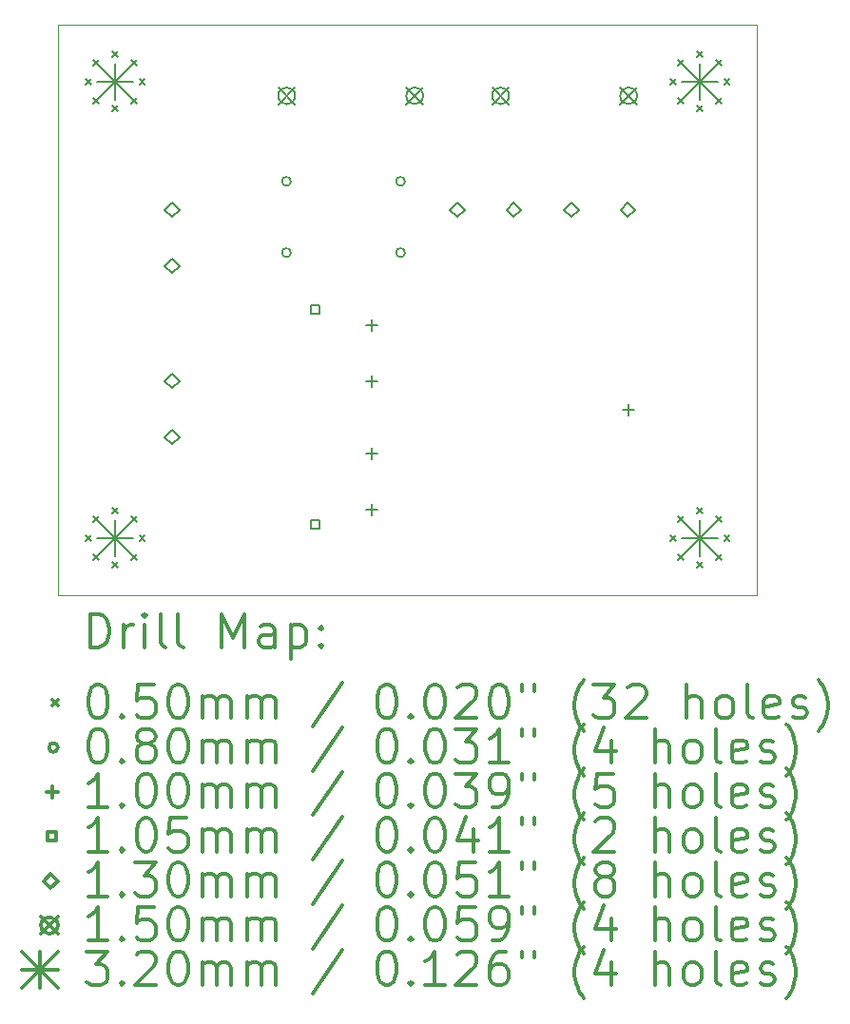
<source format=gbr>
%FSLAX45Y45*%
G04 Gerber Fmt 4.5, Leading zero omitted, Abs format (unit mm)*
G04 Created by KiCad (PCBNEW (5.1.9-0-10_14)) date 2021-05-14 14:17:34*
%MOMM*%
%LPD*%
G01*
G04 APERTURE LIST*
%TA.AperFunction,Profile*%
%ADD10C,0.050000*%
%TD*%
%ADD11C,0.200000*%
%ADD12C,0.300000*%
G04 APERTURE END LIST*
D10*
X5334000Y-8382000D02*
X5334000Y-3302000D01*
X11557000Y-8382000D02*
X5334000Y-8382000D01*
X11557000Y-3302000D02*
X11557000Y-8382000D01*
X5334000Y-3302000D02*
X11557000Y-3302000D01*
D11*
X5577000Y-3785000D02*
X5627000Y-3835000D01*
X5627000Y-3785000D02*
X5577000Y-3835000D01*
X5577000Y-7849000D02*
X5627000Y-7899000D01*
X5627000Y-7849000D02*
X5577000Y-7899000D01*
X5647294Y-3615294D02*
X5697294Y-3665294D01*
X5697294Y-3615294D02*
X5647294Y-3665294D01*
X5647294Y-3954706D02*
X5697294Y-4004706D01*
X5697294Y-3954706D02*
X5647294Y-4004706D01*
X5647294Y-7679294D02*
X5697294Y-7729294D01*
X5697294Y-7679294D02*
X5647294Y-7729294D01*
X5647294Y-8018706D02*
X5697294Y-8068706D01*
X5697294Y-8018706D02*
X5647294Y-8068706D01*
X5817000Y-3545000D02*
X5867000Y-3595000D01*
X5867000Y-3545000D02*
X5817000Y-3595000D01*
X5817000Y-4025000D02*
X5867000Y-4075000D01*
X5867000Y-4025000D02*
X5817000Y-4075000D01*
X5817000Y-7609000D02*
X5867000Y-7659000D01*
X5867000Y-7609000D02*
X5817000Y-7659000D01*
X5817000Y-8089000D02*
X5867000Y-8139000D01*
X5867000Y-8089000D02*
X5817000Y-8139000D01*
X5986706Y-3615294D02*
X6036706Y-3665294D01*
X6036706Y-3615294D02*
X5986706Y-3665294D01*
X5986706Y-3954706D02*
X6036706Y-4004706D01*
X6036706Y-3954706D02*
X5986706Y-4004706D01*
X5986706Y-7679294D02*
X6036706Y-7729294D01*
X6036706Y-7679294D02*
X5986706Y-7729294D01*
X5986706Y-8018706D02*
X6036706Y-8068706D01*
X6036706Y-8018706D02*
X5986706Y-8068706D01*
X6057000Y-3785000D02*
X6107000Y-3835000D01*
X6107000Y-3785000D02*
X6057000Y-3835000D01*
X6057000Y-7849000D02*
X6107000Y-7899000D01*
X6107000Y-7849000D02*
X6057000Y-7899000D01*
X10784000Y-3785000D02*
X10834000Y-3835000D01*
X10834000Y-3785000D02*
X10784000Y-3835000D01*
X10784000Y-7849000D02*
X10834000Y-7899000D01*
X10834000Y-7849000D02*
X10784000Y-7899000D01*
X10854294Y-3615294D02*
X10904294Y-3665294D01*
X10904294Y-3615294D02*
X10854294Y-3665294D01*
X10854294Y-3954706D02*
X10904294Y-4004706D01*
X10904294Y-3954706D02*
X10854294Y-4004706D01*
X10854294Y-7679294D02*
X10904294Y-7729294D01*
X10904294Y-7679294D02*
X10854294Y-7729294D01*
X10854294Y-8018706D02*
X10904294Y-8068706D01*
X10904294Y-8018706D02*
X10854294Y-8068706D01*
X11024000Y-3545000D02*
X11074000Y-3595000D01*
X11074000Y-3545000D02*
X11024000Y-3595000D01*
X11024000Y-4025000D02*
X11074000Y-4075000D01*
X11074000Y-4025000D02*
X11024000Y-4075000D01*
X11024000Y-7609000D02*
X11074000Y-7659000D01*
X11074000Y-7609000D02*
X11024000Y-7659000D01*
X11024000Y-8089000D02*
X11074000Y-8139000D01*
X11074000Y-8089000D02*
X11024000Y-8139000D01*
X11193706Y-3615294D02*
X11243706Y-3665294D01*
X11243706Y-3615294D02*
X11193706Y-3665294D01*
X11193706Y-3954706D02*
X11243706Y-4004706D01*
X11243706Y-3954706D02*
X11193706Y-4004706D01*
X11193706Y-7679294D02*
X11243706Y-7729294D01*
X11243706Y-7679294D02*
X11193706Y-7729294D01*
X11193706Y-8018706D02*
X11243706Y-8068706D01*
X11243706Y-8018706D02*
X11193706Y-8068706D01*
X11264000Y-3785000D02*
X11314000Y-3835000D01*
X11314000Y-3785000D02*
X11264000Y-3835000D01*
X11264000Y-7849000D02*
X11314000Y-7899000D01*
X11314000Y-7849000D02*
X11264000Y-7899000D01*
X7406000Y-4699000D02*
G75*
G03*
X7406000Y-4699000I-40000J0D01*
G01*
X7406000Y-5334000D02*
G75*
G03*
X7406000Y-5334000I-40000J0D01*
G01*
X8422000Y-4699000D02*
G75*
G03*
X8422000Y-4699000I-40000J0D01*
G01*
X8422000Y-5334000D02*
G75*
G03*
X8422000Y-5334000I-40000J0D01*
G01*
X8128000Y-5927000D02*
X8128000Y-6027000D01*
X8078000Y-5977000D02*
X8178000Y-5977000D01*
X8128000Y-6427000D02*
X8128000Y-6527000D01*
X8078000Y-6477000D02*
X8178000Y-6477000D01*
X8128000Y-7070000D02*
X8128000Y-7170000D01*
X8078000Y-7120000D02*
X8178000Y-7120000D01*
X8128000Y-7570000D02*
X8128000Y-7670000D01*
X8078000Y-7620000D02*
X8178000Y-7620000D01*
X10414000Y-6681000D02*
X10414000Y-6781000D01*
X10364000Y-6731000D02*
X10464000Y-6731000D01*
X7657123Y-5879123D02*
X7657123Y-5804876D01*
X7582876Y-5804876D01*
X7582876Y-5879123D01*
X7657123Y-5879123D01*
X7657123Y-7789123D02*
X7657123Y-7714876D01*
X7582876Y-7714876D01*
X7582876Y-7789123D01*
X7657123Y-7789123D01*
X6350000Y-5018000D02*
X6415000Y-4953000D01*
X6350000Y-4888000D01*
X6285000Y-4953000D01*
X6350000Y-5018000D01*
X6350000Y-5518000D02*
X6415000Y-5453000D01*
X6350000Y-5388000D01*
X6285000Y-5453000D01*
X6350000Y-5518000D01*
X6350000Y-6542000D02*
X6415000Y-6477000D01*
X6350000Y-6412000D01*
X6285000Y-6477000D01*
X6350000Y-6542000D01*
X6350000Y-7042000D02*
X6415000Y-6977000D01*
X6350000Y-6912000D01*
X6285000Y-6977000D01*
X6350000Y-7042000D01*
X8890000Y-5018000D02*
X8955000Y-4953000D01*
X8890000Y-4888000D01*
X8825000Y-4953000D01*
X8890000Y-5018000D01*
X9390000Y-5018000D02*
X9455000Y-4953000D01*
X9390000Y-4888000D01*
X9325000Y-4953000D01*
X9390000Y-5018000D01*
X9906000Y-5018000D02*
X9971000Y-4953000D01*
X9906000Y-4888000D01*
X9841000Y-4953000D01*
X9906000Y-5018000D01*
X10406000Y-5018000D02*
X10471000Y-4953000D01*
X10406000Y-4888000D01*
X10341000Y-4953000D01*
X10406000Y-5018000D01*
X7294000Y-3862000D02*
X7444000Y-4012000D01*
X7444000Y-3862000D02*
X7294000Y-4012000D01*
X7444000Y-3937000D02*
G75*
G03*
X7444000Y-3937000I-75000J0D01*
G01*
X8434000Y-3862000D02*
X8584000Y-4012000D01*
X8584000Y-3862000D02*
X8434000Y-4012000D01*
X8584000Y-3937000D02*
G75*
G03*
X8584000Y-3937000I-75000J0D01*
G01*
X9199000Y-3862000D02*
X9349000Y-4012000D01*
X9349000Y-3862000D02*
X9199000Y-4012000D01*
X9349000Y-3937000D02*
G75*
G03*
X9349000Y-3937000I-75000J0D01*
G01*
X10339000Y-3862000D02*
X10489000Y-4012000D01*
X10489000Y-3862000D02*
X10339000Y-4012000D01*
X10489000Y-3937000D02*
G75*
G03*
X10489000Y-3937000I-75000J0D01*
G01*
X5682000Y-3650000D02*
X6002000Y-3970000D01*
X6002000Y-3650000D02*
X5682000Y-3970000D01*
X5842000Y-3650000D02*
X5842000Y-3970000D01*
X5682000Y-3810000D02*
X6002000Y-3810000D01*
X5682000Y-7714000D02*
X6002000Y-8034000D01*
X6002000Y-7714000D02*
X5682000Y-8034000D01*
X5842000Y-7714000D02*
X5842000Y-8034000D01*
X5682000Y-7874000D02*
X6002000Y-7874000D01*
X10889000Y-3650000D02*
X11209000Y-3970000D01*
X11209000Y-3650000D02*
X10889000Y-3970000D01*
X11049000Y-3650000D02*
X11049000Y-3970000D01*
X10889000Y-3810000D02*
X11209000Y-3810000D01*
X10889000Y-7714000D02*
X11209000Y-8034000D01*
X11209000Y-7714000D02*
X10889000Y-8034000D01*
X11049000Y-7714000D02*
X11049000Y-8034000D01*
X10889000Y-7874000D02*
X11209000Y-7874000D01*
D12*
X5617928Y-8850214D02*
X5617928Y-8550214D01*
X5689357Y-8550214D01*
X5732214Y-8564500D01*
X5760786Y-8593072D01*
X5775071Y-8621643D01*
X5789357Y-8678786D01*
X5789357Y-8721643D01*
X5775071Y-8778786D01*
X5760786Y-8807357D01*
X5732214Y-8835929D01*
X5689357Y-8850214D01*
X5617928Y-8850214D01*
X5917928Y-8850214D02*
X5917928Y-8650214D01*
X5917928Y-8707357D02*
X5932214Y-8678786D01*
X5946500Y-8664500D01*
X5975071Y-8650214D01*
X6003643Y-8650214D01*
X6103643Y-8850214D02*
X6103643Y-8650214D01*
X6103643Y-8550214D02*
X6089357Y-8564500D01*
X6103643Y-8578786D01*
X6117928Y-8564500D01*
X6103643Y-8550214D01*
X6103643Y-8578786D01*
X6289357Y-8850214D02*
X6260786Y-8835929D01*
X6246500Y-8807357D01*
X6246500Y-8550214D01*
X6446500Y-8850214D02*
X6417928Y-8835929D01*
X6403643Y-8807357D01*
X6403643Y-8550214D01*
X6789357Y-8850214D02*
X6789357Y-8550214D01*
X6889357Y-8764500D01*
X6989357Y-8550214D01*
X6989357Y-8850214D01*
X7260786Y-8850214D02*
X7260786Y-8693072D01*
X7246500Y-8664500D01*
X7217928Y-8650214D01*
X7160786Y-8650214D01*
X7132214Y-8664500D01*
X7260786Y-8835929D02*
X7232214Y-8850214D01*
X7160786Y-8850214D01*
X7132214Y-8835929D01*
X7117928Y-8807357D01*
X7117928Y-8778786D01*
X7132214Y-8750214D01*
X7160786Y-8735929D01*
X7232214Y-8735929D01*
X7260786Y-8721643D01*
X7403643Y-8650214D02*
X7403643Y-8950214D01*
X7403643Y-8664500D02*
X7432214Y-8650214D01*
X7489357Y-8650214D01*
X7517928Y-8664500D01*
X7532214Y-8678786D01*
X7546500Y-8707357D01*
X7546500Y-8793072D01*
X7532214Y-8821643D01*
X7517928Y-8835929D01*
X7489357Y-8850214D01*
X7432214Y-8850214D01*
X7403643Y-8835929D01*
X7675071Y-8821643D02*
X7689357Y-8835929D01*
X7675071Y-8850214D01*
X7660786Y-8835929D01*
X7675071Y-8821643D01*
X7675071Y-8850214D01*
X7675071Y-8664500D02*
X7689357Y-8678786D01*
X7675071Y-8693072D01*
X7660786Y-8678786D01*
X7675071Y-8664500D01*
X7675071Y-8693072D01*
X5281500Y-9319500D02*
X5331500Y-9369500D01*
X5331500Y-9319500D02*
X5281500Y-9369500D01*
X5675071Y-9180214D02*
X5703643Y-9180214D01*
X5732214Y-9194500D01*
X5746500Y-9208786D01*
X5760786Y-9237357D01*
X5775071Y-9294500D01*
X5775071Y-9365929D01*
X5760786Y-9423072D01*
X5746500Y-9451643D01*
X5732214Y-9465929D01*
X5703643Y-9480214D01*
X5675071Y-9480214D01*
X5646500Y-9465929D01*
X5632214Y-9451643D01*
X5617928Y-9423072D01*
X5603643Y-9365929D01*
X5603643Y-9294500D01*
X5617928Y-9237357D01*
X5632214Y-9208786D01*
X5646500Y-9194500D01*
X5675071Y-9180214D01*
X5903643Y-9451643D02*
X5917928Y-9465929D01*
X5903643Y-9480214D01*
X5889357Y-9465929D01*
X5903643Y-9451643D01*
X5903643Y-9480214D01*
X6189357Y-9180214D02*
X6046500Y-9180214D01*
X6032214Y-9323072D01*
X6046500Y-9308786D01*
X6075071Y-9294500D01*
X6146500Y-9294500D01*
X6175071Y-9308786D01*
X6189357Y-9323072D01*
X6203643Y-9351643D01*
X6203643Y-9423072D01*
X6189357Y-9451643D01*
X6175071Y-9465929D01*
X6146500Y-9480214D01*
X6075071Y-9480214D01*
X6046500Y-9465929D01*
X6032214Y-9451643D01*
X6389357Y-9180214D02*
X6417928Y-9180214D01*
X6446500Y-9194500D01*
X6460786Y-9208786D01*
X6475071Y-9237357D01*
X6489357Y-9294500D01*
X6489357Y-9365929D01*
X6475071Y-9423072D01*
X6460786Y-9451643D01*
X6446500Y-9465929D01*
X6417928Y-9480214D01*
X6389357Y-9480214D01*
X6360786Y-9465929D01*
X6346500Y-9451643D01*
X6332214Y-9423072D01*
X6317928Y-9365929D01*
X6317928Y-9294500D01*
X6332214Y-9237357D01*
X6346500Y-9208786D01*
X6360786Y-9194500D01*
X6389357Y-9180214D01*
X6617928Y-9480214D02*
X6617928Y-9280214D01*
X6617928Y-9308786D02*
X6632214Y-9294500D01*
X6660786Y-9280214D01*
X6703643Y-9280214D01*
X6732214Y-9294500D01*
X6746500Y-9323072D01*
X6746500Y-9480214D01*
X6746500Y-9323072D02*
X6760786Y-9294500D01*
X6789357Y-9280214D01*
X6832214Y-9280214D01*
X6860786Y-9294500D01*
X6875071Y-9323072D01*
X6875071Y-9480214D01*
X7017928Y-9480214D02*
X7017928Y-9280214D01*
X7017928Y-9308786D02*
X7032214Y-9294500D01*
X7060786Y-9280214D01*
X7103643Y-9280214D01*
X7132214Y-9294500D01*
X7146500Y-9323072D01*
X7146500Y-9480214D01*
X7146500Y-9323072D02*
X7160786Y-9294500D01*
X7189357Y-9280214D01*
X7232214Y-9280214D01*
X7260786Y-9294500D01*
X7275071Y-9323072D01*
X7275071Y-9480214D01*
X7860786Y-9165929D02*
X7603643Y-9551643D01*
X8246500Y-9180214D02*
X8275071Y-9180214D01*
X8303643Y-9194500D01*
X8317928Y-9208786D01*
X8332214Y-9237357D01*
X8346500Y-9294500D01*
X8346500Y-9365929D01*
X8332214Y-9423072D01*
X8317928Y-9451643D01*
X8303643Y-9465929D01*
X8275071Y-9480214D01*
X8246500Y-9480214D01*
X8217928Y-9465929D01*
X8203643Y-9451643D01*
X8189357Y-9423072D01*
X8175071Y-9365929D01*
X8175071Y-9294500D01*
X8189357Y-9237357D01*
X8203643Y-9208786D01*
X8217928Y-9194500D01*
X8246500Y-9180214D01*
X8475071Y-9451643D02*
X8489357Y-9465929D01*
X8475071Y-9480214D01*
X8460786Y-9465929D01*
X8475071Y-9451643D01*
X8475071Y-9480214D01*
X8675071Y-9180214D02*
X8703643Y-9180214D01*
X8732214Y-9194500D01*
X8746500Y-9208786D01*
X8760786Y-9237357D01*
X8775071Y-9294500D01*
X8775071Y-9365929D01*
X8760786Y-9423072D01*
X8746500Y-9451643D01*
X8732214Y-9465929D01*
X8703643Y-9480214D01*
X8675071Y-9480214D01*
X8646500Y-9465929D01*
X8632214Y-9451643D01*
X8617928Y-9423072D01*
X8603643Y-9365929D01*
X8603643Y-9294500D01*
X8617928Y-9237357D01*
X8632214Y-9208786D01*
X8646500Y-9194500D01*
X8675071Y-9180214D01*
X8889357Y-9208786D02*
X8903643Y-9194500D01*
X8932214Y-9180214D01*
X9003643Y-9180214D01*
X9032214Y-9194500D01*
X9046500Y-9208786D01*
X9060786Y-9237357D01*
X9060786Y-9265929D01*
X9046500Y-9308786D01*
X8875071Y-9480214D01*
X9060786Y-9480214D01*
X9246500Y-9180214D02*
X9275071Y-9180214D01*
X9303643Y-9194500D01*
X9317928Y-9208786D01*
X9332214Y-9237357D01*
X9346500Y-9294500D01*
X9346500Y-9365929D01*
X9332214Y-9423072D01*
X9317928Y-9451643D01*
X9303643Y-9465929D01*
X9275071Y-9480214D01*
X9246500Y-9480214D01*
X9217928Y-9465929D01*
X9203643Y-9451643D01*
X9189357Y-9423072D01*
X9175071Y-9365929D01*
X9175071Y-9294500D01*
X9189357Y-9237357D01*
X9203643Y-9208786D01*
X9217928Y-9194500D01*
X9246500Y-9180214D01*
X9460786Y-9180214D02*
X9460786Y-9237357D01*
X9575071Y-9180214D02*
X9575071Y-9237357D01*
X10017928Y-9594500D02*
X10003643Y-9580214D01*
X9975071Y-9537357D01*
X9960786Y-9508786D01*
X9946500Y-9465929D01*
X9932214Y-9394500D01*
X9932214Y-9337357D01*
X9946500Y-9265929D01*
X9960786Y-9223072D01*
X9975071Y-9194500D01*
X10003643Y-9151643D01*
X10017928Y-9137357D01*
X10103643Y-9180214D02*
X10289357Y-9180214D01*
X10189357Y-9294500D01*
X10232214Y-9294500D01*
X10260786Y-9308786D01*
X10275071Y-9323072D01*
X10289357Y-9351643D01*
X10289357Y-9423072D01*
X10275071Y-9451643D01*
X10260786Y-9465929D01*
X10232214Y-9480214D01*
X10146500Y-9480214D01*
X10117928Y-9465929D01*
X10103643Y-9451643D01*
X10403643Y-9208786D02*
X10417928Y-9194500D01*
X10446500Y-9180214D01*
X10517928Y-9180214D01*
X10546500Y-9194500D01*
X10560786Y-9208786D01*
X10575071Y-9237357D01*
X10575071Y-9265929D01*
X10560786Y-9308786D01*
X10389357Y-9480214D01*
X10575071Y-9480214D01*
X10932214Y-9480214D02*
X10932214Y-9180214D01*
X11060786Y-9480214D02*
X11060786Y-9323072D01*
X11046500Y-9294500D01*
X11017928Y-9280214D01*
X10975071Y-9280214D01*
X10946500Y-9294500D01*
X10932214Y-9308786D01*
X11246500Y-9480214D02*
X11217928Y-9465929D01*
X11203643Y-9451643D01*
X11189357Y-9423072D01*
X11189357Y-9337357D01*
X11203643Y-9308786D01*
X11217928Y-9294500D01*
X11246500Y-9280214D01*
X11289357Y-9280214D01*
X11317928Y-9294500D01*
X11332214Y-9308786D01*
X11346500Y-9337357D01*
X11346500Y-9423072D01*
X11332214Y-9451643D01*
X11317928Y-9465929D01*
X11289357Y-9480214D01*
X11246500Y-9480214D01*
X11517928Y-9480214D02*
X11489357Y-9465929D01*
X11475071Y-9437357D01*
X11475071Y-9180214D01*
X11746500Y-9465929D02*
X11717928Y-9480214D01*
X11660786Y-9480214D01*
X11632214Y-9465929D01*
X11617928Y-9437357D01*
X11617928Y-9323072D01*
X11632214Y-9294500D01*
X11660786Y-9280214D01*
X11717928Y-9280214D01*
X11746500Y-9294500D01*
X11760786Y-9323072D01*
X11760786Y-9351643D01*
X11617928Y-9380214D01*
X11875071Y-9465929D02*
X11903643Y-9480214D01*
X11960786Y-9480214D01*
X11989357Y-9465929D01*
X12003643Y-9437357D01*
X12003643Y-9423072D01*
X11989357Y-9394500D01*
X11960786Y-9380214D01*
X11917928Y-9380214D01*
X11889357Y-9365929D01*
X11875071Y-9337357D01*
X11875071Y-9323072D01*
X11889357Y-9294500D01*
X11917928Y-9280214D01*
X11960786Y-9280214D01*
X11989357Y-9294500D01*
X12103643Y-9594500D02*
X12117928Y-9580214D01*
X12146500Y-9537357D01*
X12160786Y-9508786D01*
X12175071Y-9465929D01*
X12189357Y-9394500D01*
X12189357Y-9337357D01*
X12175071Y-9265929D01*
X12160786Y-9223072D01*
X12146500Y-9194500D01*
X12117928Y-9151643D01*
X12103643Y-9137357D01*
X5331500Y-9740500D02*
G75*
G03*
X5331500Y-9740500I-40000J0D01*
G01*
X5675071Y-9576214D02*
X5703643Y-9576214D01*
X5732214Y-9590500D01*
X5746500Y-9604786D01*
X5760786Y-9633357D01*
X5775071Y-9690500D01*
X5775071Y-9761929D01*
X5760786Y-9819072D01*
X5746500Y-9847643D01*
X5732214Y-9861929D01*
X5703643Y-9876214D01*
X5675071Y-9876214D01*
X5646500Y-9861929D01*
X5632214Y-9847643D01*
X5617928Y-9819072D01*
X5603643Y-9761929D01*
X5603643Y-9690500D01*
X5617928Y-9633357D01*
X5632214Y-9604786D01*
X5646500Y-9590500D01*
X5675071Y-9576214D01*
X5903643Y-9847643D02*
X5917928Y-9861929D01*
X5903643Y-9876214D01*
X5889357Y-9861929D01*
X5903643Y-9847643D01*
X5903643Y-9876214D01*
X6089357Y-9704786D02*
X6060786Y-9690500D01*
X6046500Y-9676214D01*
X6032214Y-9647643D01*
X6032214Y-9633357D01*
X6046500Y-9604786D01*
X6060786Y-9590500D01*
X6089357Y-9576214D01*
X6146500Y-9576214D01*
X6175071Y-9590500D01*
X6189357Y-9604786D01*
X6203643Y-9633357D01*
X6203643Y-9647643D01*
X6189357Y-9676214D01*
X6175071Y-9690500D01*
X6146500Y-9704786D01*
X6089357Y-9704786D01*
X6060786Y-9719072D01*
X6046500Y-9733357D01*
X6032214Y-9761929D01*
X6032214Y-9819072D01*
X6046500Y-9847643D01*
X6060786Y-9861929D01*
X6089357Y-9876214D01*
X6146500Y-9876214D01*
X6175071Y-9861929D01*
X6189357Y-9847643D01*
X6203643Y-9819072D01*
X6203643Y-9761929D01*
X6189357Y-9733357D01*
X6175071Y-9719072D01*
X6146500Y-9704786D01*
X6389357Y-9576214D02*
X6417928Y-9576214D01*
X6446500Y-9590500D01*
X6460786Y-9604786D01*
X6475071Y-9633357D01*
X6489357Y-9690500D01*
X6489357Y-9761929D01*
X6475071Y-9819072D01*
X6460786Y-9847643D01*
X6446500Y-9861929D01*
X6417928Y-9876214D01*
X6389357Y-9876214D01*
X6360786Y-9861929D01*
X6346500Y-9847643D01*
X6332214Y-9819072D01*
X6317928Y-9761929D01*
X6317928Y-9690500D01*
X6332214Y-9633357D01*
X6346500Y-9604786D01*
X6360786Y-9590500D01*
X6389357Y-9576214D01*
X6617928Y-9876214D02*
X6617928Y-9676214D01*
X6617928Y-9704786D02*
X6632214Y-9690500D01*
X6660786Y-9676214D01*
X6703643Y-9676214D01*
X6732214Y-9690500D01*
X6746500Y-9719072D01*
X6746500Y-9876214D01*
X6746500Y-9719072D02*
X6760786Y-9690500D01*
X6789357Y-9676214D01*
X6832214Y-9676214D01*
X6860786Y-9690500D01*
X6875071Y-9719072D01*
X6875071Y-9876214D01*
X7017928Y-9876214D02*
X7017928Y-9676214D01*
X7017928Y-9704786D02*
X7032214Y-9690500D01*
X7060786Y-9676214D01*
X7103643Y-9676214D01*
X7132214Y-9690500D01*
X7146500Y-9719072D01*
X7146500Y-9876214D01*
X7146500Y-9719072D02*
X7160786Y-9690500D01*
X7189357Y-9676214D01*
X7232214Y-9676214D01*
X7260786Y-9690500D01*
X7275071Y-9719072D01*
X7275071Y-9876214D01*
X7860786Y-9561929D02*
X7603643Y-9947643D01*
X8246500Y-9576214D02*
X8275071Y-9576214D01*
X8303643Y-9590500D01*
X8317928Y-9604786D01*
X8332214Y-9633357D01*
X8346500Y-9690500D01*
X8346500Y-9761929D01*
X8332214Y-9819072D01*
X8317928Y-9847643D01*
X8303643Y-9861929D01*
X8275071Y-9876214D01*
X8246500Y-9876214D01*
X8217928Y-9861929D01*
X8203643Y-9847643D01*
X8189357Y-9819072D01*
X8175071Y-9761929D01*
X8175071Y-9690500D01*
X8189357Y-9633357D01*
X8203643Y-9604786D01*
X8217928Y-9590500D01*
X8246500Y-9576214D01*
X8475071Y-9847643D02*
X8489357Y-9861929D01*
X8475071Y-9876214D01*
X8460786Y-9861929D01*
X8475071Y-9847643D01*
X8475071Y-9876214D01*
X8675071Y-9576214D02*
X8703643Y-9576214D01*
X8732214Y-9590500D01*
X8746500Y-9604786D01*
X8760786Y-9633357D01*
X8775071Y-9690500D01*
X8775071Y-9761929D01*
X8760786Y-9819072D01*
X8746500Y-9847643D01*
X8732214Y-9861929D01*
X8703643Y-9876214D01*
X8675071Y-9876214D01*
X8646500Y-9861929D01*
X8632214Y-9847643D01*
X8617928Y-9819072D01*
X8603643Y-9761929D01*
X8603643Y-9690500D01*
X8617928Y-9633357D01*
X8632214Y-9604786D01*
X8646500Y-9590500D01*
X8675071Y-9576214D01*
X8875071Y-9576214D02*
X9060786Y-9576214D01*
X8960786Y-9690500D01*
X9003643Y-9690500D01*
X9032214Y-9704786D01*
X9046500Y-9719072D01*
X9060786Y-9747643D01*
X9060786Y-9819072D01*
X9046500Y-9847643D01*
X9032214Y-9861929D01*
X9003643Y-9876214D01*
X8917928Y-9876214D01*
X8889357Y-9861929D01*
X8875071Y-9847643D01*
X9346500Y-9876214D02*
X9175071Y-9876214D01*
X9260786Y-9876214D02*
X9260786Y-9576214D01*
X9232214Y-9619072D01*
X9203643Y-9647643D01*
X9175071Y-9661929D01*
X9460786Y-9576214D02*
X9460786Y-9633357D01*
X9575071Y-9576214D02*
X9575071Y-9633357D01*
X10017928Y-9990500D02*
X10003643Y-9976214D01*
X9975071Y-9933357D01*
X9960786Y-9904786D01*
X9946500Y-9861929D01*
X9932214Y-9790500D01*
X9932214Y-9733357D01*
X9946500Y-9661929D01*
X9960786Y-9619072D01*
X9975071Y-9590500D01*
X10003643Y-9547643D01*
X10017928Y-9533357D01*
X10260786Y-9676214D02*
X10260786Y-9876214D01*
X10189357Y-9561929D02*
X10117928Y-9776214D01*
X10303643Y-9776214D01*
X10646500Y-9876214D02*
X10646500Y-9576214D01*
X10775071Y-9876214D02*
X10775071Y-9719072D01*
X10760786Y-9690500D01*
X10732214Y-9676214D01*
X10689357Y-9676214D01*
X10660786Y-9690500D01*
X10646500Y-9704786D01*
X10960786Y-9876214D02*
X10932214Y-9861929D01*
X10917928Y-9847643D01*
X10903643Y-9819072D01*
X10903643Y-9733357D01*
X10917928Y-9704786D01*
X10932214Y-9690500D01*
X10960786Y-9676214D01*
X11003643Y-9676214D01*
X11032214Y-9690500D01*
X11046500Y-9704786D01*
X11060786Y-9733357D01*
X11060786Y-9819072D01*
X11046500Y-9847643D01*
X11032214Y-9861929D01*
X11003643Y-9876214D01*
X10960786Y-9876214D01*
X11232214Y-9876214D02*
X11203643Y-9861929D01*
X11189357Y-9833357D01*
X11189357Y-9576214D01*
X11460786Y-9861929D02*
X11432214Y-9876214D01*
X11375071Y-9876214D01*
X11346500Y-9861929D01*
X11332214Y-9833357D01*
X11332214Y-9719072D01*
X11346500Y-9690500D01*
X11375071Y-9676214D01*
X11432214Y-9676214D01*
X11460786Y-9690500D01*
X11475071Y-9719072D01*
X11475071Y-9747643D01*
X11332214Y-9776214D01*
X11589357Y-9861929D02*
X11617928Y-9876214D01*
X11675071Y-9876214D01*
X11703643Y-9861929D01*
X11717928Y-9833357D01*
X11717928Y-9819072D01*
X11703643Y-9790500D01*
X11675071Y-9776214D01*
X11632214Y-9776214D01*
X11603643Y-9761929D01*
X11589357Y-9733357D01*
X11589357Y-9719072D01*
X11603643Y-9690500D01*
X11632214Y-9676214D01*
X11675071Y-9676214D01*
X11703643Y-9690500D01*
X11817928Y-9990500D02*
X11832214Y-9976214D01*
X11860786Y-9933357D01*
X11875071Y-9904786D01*
X11889357Y-9861929D01*
X11903643Y-9790500D01*
X11903643Y-9733357D01*
X11889357Y-9661929D01*
X11875071Y-9619072D01*
X11860786Y-9590500D01*
X11832214Y-9547643D01*
X11817928Y-9533357D01*
X5281500Y-10086500D02*
X5281500Y-10186500D01*
X5231500Y-10136500D02*
X5331500Y-10136500D01*
X5775071Y-10272214D02*
X5603643Y-10272214D01*
X5689357Y-10272214D02*
X5689357Y-9972214D01*
X5660786Y-10015072D01*
X5632214Y-10043643D01*
X5603643Y-10057929D01*
X5903643Y-10243643D02*
X5917928Y-10257929D01*
X5903643Y-10272214D01*
X5889357Y-10257929D01*
X5903643Y-10243643D01*
X5903643Y-10272214D01*
X6103643Y-9972214D02*
X6132214Y-9972214D01*
X6160786Y-9986500D01*
X6175071Y-10000786D01*
X6189357Y-10029357D01*
X6203643Y-10086500D01*
X6203643Y-10157929D01*
X6189357Y-10215072D01*
X6175071Y-10243643D01*
X6160786Y-10257929D01*
X6132214Y-10272214D01*
X6103643Y-10272214D01*
X6075071Y-10257929D01*
X6060786Y-10243643D01*
X6046500Y-10215072D01*
X6032214Y-10157929D01*
X6032214Y-10086500D01*
X6046500Y-10029357D01*
X6060786Y-10000786D01*
X6075071Y-9986500D01*
X6103643Y-9972214D01*
X6389357Y-9972214D02*
X6417928Y-9972214D01*
X6446500Y-9986500D01*
X6460786Y-10000786D01*
X6475071Y-10029357D01*
X6489357Y-10086500D01*
X6489357Y-10157929D01*
X6475071Y-10215072D01*
X6460786Y-10243643D01*
X6446500Y-10257929D01*
X6417928Y-10272214D01*
X6389357Y-10272214D01*
X6360786Y-10257929D01*
X6346500Y-10243643D01*
X6332214Y-10215072D01*
X6317928Y-10157929D01*
X6317928Y-10086500D01*
X6332214Y-10029357D01*
X6346500Y-10000786D01*
X6360786Y-9986500D01*
X6389357Y-9972214D01*
X6617928Y-10272214D02*
X6617928Y-10072214D01*
X6617928Y-10100786D02*
X6632214Y-10086500D01*
X6660786Y-10072214D01*
X6703643Y-10072214D01*
X6732214Y-10086500D01*
X6746500Y-10115072D01*
X6746500Y-10272214D01*
X6746500Y-10115072D02*
X6760786Y-10086500D01*
X6789357Y-10072214D01*
X6832214Y-10072214D01*
X6860786Y-10086500D01*
X6875071Y-10115072D01*
X6875071Y-10272214D01*
X7017928Y-10272214D02*
X7017928Y-10072214D01*
X7017928Y-10100786D02*
X7032214Y-10086500D01*
X7060786Y-10072214D01*
X7103643Y-10072214D01*
X7132214Y-10086500D01*
X7146500Y-10115072D01*
X7146500Y-10272214D01*
X7146500Y-10115072D02*
X7160786Y-10086500D01*
X7189357Y-10072214D01*
X7232214Y-10072214D01*
X7260786Y-10086500D01*
X7275071Y-10115072D01*
X7275071Y-10272214D01*
X7860786Y-9957929D02*
X7603643Y-10343643D01*
X8246500Y-9972214D02*
X8275071Y-9972214D01*
X8303643Y-9986500D01*
X8317928Y-10000786D01*
X8332214Y-10029357D01*
X8346500Y-10086500D01*
X8346500Y-10157929D01*
X8332214Y-10215072D01*
X8317928Y-10243643D01*
X8303643Y-10257929D01*
X8275071Y-10272214D01*
X8246500Y-10272214D01*
X8217928Y-10257929D01*
X8203643Y-10243643D01*
X8189357Y-10215072D01*
X8175071Y-10157929D01*
X8175071Y-10086500D01*
X8189357Y-10029357D01*
X8203643Y-10000786D01*
X8217928Y-9986500D01*
X8246500Y-9972214D01*
X8475071Y-10243643D02*
X8489357Y-10257929D01*
X8475071Y-10272214D01*
X8460786Y-10257929D01*
X8475071Y-10243643D01*
X8475071Y-10272214D01*
X8675071Y-9972214D02*
X8703643Y-9972214D01*
X8732214Y-9986500D01*
X8746500Y-10000786D01*
X8760786Y-10029357D01*
X8775071Y-10086500D01*
X8775071Y-10157929D01*
X8760786Y-10215072D01*
X8746500Y-10243643D01*
X8732214Y-10257929D01*
X8703643Y-10272214D01*
X8675071Y-10272214D01*
X8646500Y-10257929D01*
X8632214Y-10243643D01*
X8617928Y-10215072D01*
X8603643Y-10157929D01*
X8603643Y-10086500D01*
X8617928Y-10029357D01*
X8632214Y-10000786D01*
X8646500Y-9986500D01*
X8675071Y-9972214D01*
X8875071Y-9972214D02*
X9060786Y-9972214D01*
X8960786Y-10086500D01*
X9003643Y-10086500D01*
X9032214Y-10100786D01*
X9046500Y-10115072D01*
X9060786Y-10143643D01*
X9060786Y-10215072D01*
X9046500Y-10243643D01*
X9032214Y-10257929D01*
X9003643Y-10272214D01*
X8917928Y-10272214D01*
X8889357Y-10257929D01*
X8875071Y-10243643D01*
X9203643Y-10272214D02*
X9260786Y-10272214D01*
X9289357Y-10257929D01*
X9303643Y-10243643D01*
X9332214Y-10200786D01*
X9346500Y-10143643D01*
X9346500Y-10029357D01*
X9332214Y-10000786D01*
X9317928Y-9986500D01*
X9289357Y-9972214D01*
X9232214Y-9972214D01*
X9203643Y-9986500D01*
X9189357Y-10000786D01*
X9175071Y-10029357D01*
X9175071Y-10100786D01*
X9189357Y-10129357D01*
X9203643Y-10143643D01*
X9232214Y-10157929D01*
X9289357Y-10157929D01*
X9317928Y-10143643D01*
X9332214Y-10129357D01*
X9346500Y-10100786D01*
X9460786Y-9972214D02*
X9460786Y-10029357D01*
X9575071Y-9972214D02*
X9575071Y-10029357D01*
X10017928Y-10386500D02*
X10003643Y-10372214D01*
X9975071Y-10329357D01*
X9960786Y-10300786D01*
X9946500Y-10257929D01*
X9932214Y-10186500D01*
X9932214Y-10129357D01*
X9946500Y-10057929D01*
X9960786Y-10015072D01*
X9975071Y-9986500D01*
X10003643Y-9943643D01*
X10017928Y-9929357D01*
X10275071Y-9972214D02*
X10132214Y-9972214D01*
X10117928Y-10115072D01*
X10132214Y-10100786D01*
X10160786Y-10086500D01*
X10232214Y-10086500D01*
X10260786Y-10100786D01*
X10275071Y-10115072D01*
X10289357Y-10143643D01*
X10289357Y-10215072D01*
X10275071Y-10243643D01*
X10260786Y-10257929D01*
X10232214Y-10272214D01*
X10160786Y-10272214D01*
X10132214Y-10257929D01*
X10117928Y-10243643D01*
X10646500Y-10272214D02*
X10646500Y-9972214D01*
X10775071Y-10272214D02*
X10775071Y-10115072D01*
X10760786Y-10086500D01*
X10732214Y-10072214D01*
X10689357Y-10072214D01*
X10660786Y-10086500D01*
X10646500Y-10100786D01*
X10960786Y-10272214D02*
X10932214Y-10257929D01*
X10917928Y-10243643D01*
X10903643Y-10215072D01*
X10903643Y-10129357D01*
X10917928Y-10100786D01*
X10932214Y-10086500D01*
X10960786Y-10072214D01*
X11003643Y-10072214D01*
X11032214Y-10086500D01*
X11046500Y-10100786D01*
X11060786Y-10129357D01*
X11060786Y-10215072D01*
X11046500Y-10243643D01*
X11032214Y-10257929D01*
X11003643Y-10272214D01*
X10960786Y-10272214D01*
X11232214Y-10272214D02*
X11203643Y-10257929D01*
X11189357Y-10229357D01*
X11189357Y-9972214D01*
X11460786Y-10257929D02*
X11432214Y-10272214D01*
X11375071Y-10272214D01*
X11346500Y-10257929D01*
X11332214Y-10229357D01*
X11332214Y-10115072D01*
X11346500Y-10086500D01*
X11375071Y-10072214D01*
X11432214Y-10072214D01*
X11460786Y-10086500D01*
X11475071Y-10115072D01*
X11475071Y-10143643D01*
X11332214Y-10172214D01*
X11589357Y-10257929D02*
X11617928Y-10272214D01*
X11675071Y-10272214D01*
X11703643Y-10257929D01*
X11717928Y-10229357D01*
X11717928Y-10215072D01*
X11703643Y-10186500D01*
X11675071Y-10172214D01*
X11632214Y-10172214D01*
X11603643Y-10157929D01*
X11589357Y-10129357D01*
X11589357Y-10115072D01*
X11603643Y-10086500D01*
X11632214Y-10072214D01*
X11675071Y-10072214D01*
X11703643Y-10086500D01*
X11817928Y-10386500D02*
X11832214Y-10372214D01*
X11860786Y-10329357D01*
X11875071Y-10300786D01*
X11889357Y-10257929D01*
X11903643Y-10186500D01*
X11903643Y-10129357D01*
X11889357Y-10057929D01*
X11875071Y-10015072D01*
X11860786Y-9986500D01*
X11832214Y-9943643D01*
X11817928Y-9929357D01*
X5316123Y-10569624D02*
X5316123Y-10495377D01*
X5241876Y-10495377D01*
X5241876Y-10569624D01*
X5316123Y-10569624D01*
X5775071Y-10668214D02*
X5603643Y-10668214D01*
X5689357Y-10668214D02*
X5689357Y-10368214D01*
X5660786Y-10411072D01*
X5632214Y-10439643D01*
X5603643Y-10453929D01*
X5903643Y-10639643D02*
X5917928Y-10653929D01*
X5903643Y-10668214D01*
X5889357Y-10653929D01*
X5903643Y-10639643D01*
X5903643Y-10668214D01*
X6103643Y-10368214D02*
X6132214Y-10368214D01*
X6160786Y-10382500D01*
X6175071Y-10396786D01*
X6189357Y-10425357D01*
X6203643Y-10482500D01*
X6203643Y-10553929D01*
X6189357Y-10611072D01*
X6175071Y-10639643D01*
X6160786Y-10653929D01*
X6132214Y-10668214D01*
X6103643Y-10668214D01*
X6075071Y-10653929D01*
X6060786Y-10639643D01*
X6046500Y-10611072D01*
X6032214Y-10553929D01*
X6032214Y-10482500D01*
X6046500Y-10425357D01*
X6060786Y-10396786D01*
X6075071Y-10382500D01*
X6103643Y-10368214D01*
X6475071Y-10368214D02*
X6332214Y-10368214D01*
X6317928Y-10511072D01*
X6332214Y-10496786D01*
X6360786Y-10482500D01*
X6432214Y-10482500D01*
X6460786Y-10496786D01*
X6475071Y-10511072D01*
X6489357Y-10539643D01*
X6489357Y-10611072D01*
X6475071Y-10639643D01*
X6460786Y-10653929D01*
X6432214Y-10668214D01*
X6360786Y-10668214D01*
X6332214Y-10653929D01*
X6317928Y-10639643D01*
X6617928Y-10668214D02*
X6617928Y-10468214D01*
X6617928Y-10496786D02*
X6632214Y-10482500D01*
X6660786Y-10468214D01*
X6703643Y-10468214D01*
X6732214Y-10482500D01*
X6746500Y-10511072D01*
X6746500Y-10668214D01*
X6746500Y-10511072D02*
X6760786Y-10482500D01*
X6789357Y-10468214D01*
X6832214Y-10468214D01*
X6860786Y-10482500D01*
X6875071Y-10511072D01*
X6875071Y-10668214D01*
X7017928Y-10668214D02*
X7017928Y-10468214D01*
X7017928Y-10496786D02*
X7032214Y-10482500D01*
X7060786Y-10468214D01*
X7103643Y-10468214D01*
X7132214Y-10482500D01*
X7146500Y-10511072D01*
X7146500Y-10668214D01*
X7146500Y-10511072D02*
X7160786Y-10482500D01*
X7189357Y-10468214D01*
X7232214Y-10468214D01*
X7260786Y-10482500D01*
X7275071Y-10511072D01*
X7275071Y-10668214D01*
X7860786Y-10353929D02*
X7603643Y-10739643D01*
X8246500Y-10368214D02*
X8275071Y-10368214D01*
X8303643Y-10382500D01*
X8317928Y-10396786D01*
X8332214Y-10425357D01*
X8346500Y-10482500D01*
X8346500Y-10553929D01*
X8332214Y-10611072D01*
X8317928Y-10639643D01*
X8303643Y-10653929D01*
X8275071Y-10668214D01*
X8246500Y-10668214D01*
X8217928Y-10653929D01*
X8203643Y-10639643D01*
X8189357Y-10611072D01*
X8175071Y-10553929D01*
X8175071Y-10482500D01*
X8189357Y-10425357D01*
X8203643Y-10396786D01*
X8217928Y-10382500D01*
X8246500Y-10368214D01*
X8475071Y-10639643D02*
X8489357Y-10653929D01*
X8475071Y-10668214D01*
X8460786Y-10653929D01*
X8475071Y-10639643D01*
X8475071Y-10668214D01*
X8675071Y-10368214D02*
X8703643Y-10368214D01*
X8732214Y-10382500D01*
X8746500Y-10396786D01*
X8760786Y-10425357D01*
X8775071Y-10482500D01*
X8775071Y-10553929D01*
X8760786Y-10611072D01*
X8746500Y-10639643D01*
X8732214Y-10653929D01*
X8703643Y-10668214D01*
X8675071Y-10668214D01*
X8646500Y-10653929D01*
X8632214Y-10639643D01*
X8617928Y-10611072D01*
X8603643Y-10553929D01*
X8603643Y-10482500D01*
X8617928Y-10425357D01*
X8632214Y-10396786D01*
X8646500Y-10382500D01*
X8675071Y-10368214D01*
X9032214Y-10468214D02*
X9032214Y-10668214D01*
X8960786Y-10353929D02*
X8889357Y-10568214D01*
X9075071Y-10568214D01*
X9346500Y-10668214D02*
X9175071Y-10668214D01*
X9260786Y-10668214D02*
X9260786Y-10368214D01*
X9232214Y-10411072D01*
X9203643Y-10439643D01*
X9175071Y-10453929D01*
X9460786Y-10368214D02*
X9460786Y-10425357D01*
X9575071Y-10368214D02*
X9575071Y-10425357D01*
X10017928Y-10782500D02*
X10003643Y-10768214D01*
X9975071Y-10725357D01*
X9960786Y-10696786D01*
X9946500Y-10653929D01*
X9932214Y-10582500D01*
X9932214Y-10525357D01*
X9946500Y-10453929D01*
X9960786Y-10411072D01*
X9975071Y-10382500D01*
X10003643Y-10339643D01*
X10017928Y-10325357D01*
X10117928Y-10396786D02*
X10132214Y-10382500D01*
X10160786Y-10368214D01*
X10232214Y-10368214D01*
X10260786Y-10382500D01*
X10275071Y-10396786D01*
X10289357Y-10425357D01*
X10289357Y-10453929D01*
X10275071Y-10496786D01*
X10103643Y-10668214D01*
X10289357Y-10668214D01*
X10646500Y-10668214D02*
X10646500Y-10368214D01*
X10775071Y-10668214D02*
X10775071Y-10511072D01*
X10760786Y-10482500D01*
X10732214Y-10468214D01*
X10689357Y-10468214D01*
X10660786Y-10482500D01*
X10646500Y-10496786D01*
X10960786Y-10668214D02*
X10932214Y-10653929D01*
X10917928Y-10639643D01*
X10903643Y-10611072D01*
X10903643Y-10525357D01*
X10917928Y-10496786D01*
X10932214Y-10482500D01*
X10960786Y-10468214D01*
X11003643Y-10468214D01*
X11032214Y-10482500D01*
X11046500Y-10496786D01*
X11060786Y-10525357D01*
X11060786Y-10611072D01*
X11046500Y-10639643D01*
X11032214Y-10653929D01*
X11003643Y-10668214D01*
X10960786Y-10668214D01*
X11232214Y-10668214D02*
X11203643Y-10653929D01*
X11189357Y-10625357D01*
X11189357Y-10368214D01*
X11460786Y-10653929D02*
X11432214Y-10668214D01*
X11375071Y-10668214D01*
X11346500Y-10653929D01*
X11332214Y-10625357D01*
X11332214Y-10511072D01*
X11346500Y-10482500D01*
X11375071Y-10468214D01*
X11432214Y-10468214D01*
X11460786Y-10482500D01*
X11475071Y-10511072D01*
X11475071Y-10539643D01*
X11332214Y-10568214D01*
X11589357Y-10653929D02*
X11617928Y-10668214D01*
X11675071Y-10668214D01*
X11703643Y-10653929D01*
X11717928Y-10625357D01*
X11717928Y-10611072D01*
X11703643Y-10582500D01*
X11675071Y-10568214D01*
X11632214Y-10568214D01*
X11603643Y-10553929D01*
X11589357Y-10525357D01*
X11589357Y-10511072D01*
X11603643Y-10482500D01*
X11632214Y-10468214D01*
X11675071Y-10468214D01*
X11703643Y-10482500D01*
X11817928Y-10782500D02*
X11832214Y-10768214D01*
X11860786Y-10725357D01*
X11875071Y-10696786D01*
X11889357Y-10653929D01*
X11903643Y-10582500D01*
X11903643Y-10525357D01*
X11889357Y-10453929D01*
X11875071Y-10411072D01*
X11860786Y-10382500D01*
X11832214Y-10339643D01*
X11817928Y-10325357D01*
X5266500Y-10993500D02*
X5331500Y-10928500D01*
X5266500Y-10863500D01*
X5201500Y-10928500D01*
X5266500Y-10993500D01*
X5775071Y-11064214D02*
X5603643Y-11064214D01*
X5689357Y-11064214D02*
X5689357Y-10764214D01*
X5660786Y-10807072D01*
X5632214Y-10835643D01*
X5603643Y-10849929D01*
X5903643Y-11035643D02*
X5917928Y-11049929D01*
X5903643Y-11064214D01*
X5889357Y-11049929D01*
X5903643Y-11035643D01*
X5903643Y-11064214D01*
X6017928Y-10764214D02*
X6203643Y-10764214D01*
X6103643Y-10878500D01*
X6146500Y-10878500D01*
X6175071Y-10892786D01*
X6189357Y-10907072D01*
X6203643Y-10935643D01*
X6203643Y-11007072D01*
X6189357Y-11035643D01*
X6175071Y-11049929D01*
X6146500Y-11064214D01*
X6060786Y-11064214D01*
X6032214Y-11049929D01*
X6017928Y-11035643D01*
X6389357Y-10764214D02*
X6417928Y-10764214D01*
X6446500Y-10778500D01*
X6460786Y-10792786D01*
X6475071Y-10821357D01*
X6489357Y-10878500D01*
X6489357Y-10949929D01*
X6475071Y-11007072D01*
X6460786Y-11035643D01*
X6446500Y-11049929D01*
X6417928Y-11064214D01*
X6389357Y-11064214D01*
X6360786Y-11049929D01*
X6346500Y-11035643D01*
X6332214Y-11007072D01*
X6317928Y-10949929D01*
X6317928Y-10878500D01*
X6332214Y-10821357D01*
X6346500Y-10792786D01*
X6360786Y-10778500D01*
X6389357Y-10764214D01*
X6617928Y-11064214D02*
X6617928Y-10864214D01*
X6617928Y-10892786D02*
X6632214Y-10878500D01*
X6660786Y-10864214D01*
X6703643Y-10864214D01*
X6732214Y-10878500D01*
X6746500Y-10907072D01*
X6746500Y-11064214D01*
X6746500Y-10907072D02*
X6760786Y-10878500D01*
X6789357Y-10864214D01*
X6832214Y-10864214D01*
X6860786Y-10878500D01*
X6875071Y-10907072D01*
X6875071Y-11064214D01*
X7017928Y-11064214D02*
X7017928Y-10864214D01*
X7017928Y-10892786D02*
X7032214Y-10878500D01*
X7060786Y-10864214D01*
X7103643Y-10864214D01*
X7132214Y-10878500D01*
X7146500Y-10907072D01*
X7146500Y-11064214D01*
X7146500Y-10907072D02*
X7160786Y-10878500D01*
X7189357Y-10864214D01*
X7232214Y-10864214D01*
X7260786Y-10878500D01*
X7275071Y-10907072D01*
X7275071Y-11064214D01*
X7860786Y-10749929D02*
X7603643Y-11135643D01*
X8246500Y-10764214D02*
X8275071Y-10764214D01*
X8303643Y-10778500D01*
X8317928Y-10792786D01*
X8332214Y-10821357D01*
X8346500Y-10878500D01*
X8346500Y-10949929D01*
X8332214Y-11007072D01*
X8317928Y-11035643D01*
X8303643Y-11049929D01*
X8275071Y-11064214D01*
X8246500Y-11064214D01*
X8217928Y-11049929D01*
X8203643Y-11035643D01*
X8189357Y-11007072D01*
X8175071Y-10949929D01*
X8175071Y-10878500D01*
X8189357Y-10821357D01*
X8203643Y-10792786D01*
X8217928Y-10778500D01*
X8246500Y-10764214D01*
X8475071Y-11035643D02*
X8489357Y-11049929D01*
X8475071Y-11064214D01*
X8460786Y-11049929D01*
X8475071Y-11035643D01*
X8475071Y-11064214D01*
X8675071Y-10764214D02*
X8703643Y-10764214D01*
X8732214Y-10778500D01*
X8746500Y-10792786D01*
X8760786Y-10821357D01*
X8775071Y-10878500D01*
X8775071Y-10949929D01*
X8760786Y-11007072D01*
X8746500Y-11035643D01*
X8732214Y-11049929D01*
X8703643Y-11064214D01*
X8675071Y-11064214D01*
X8646500Y-11049929D01*
X8632214Y-11035643D01*
X8617928Y-11007072D01*
X8603643Y-10949929D01*
X8603643Y-10878500D01*
X8617928Y-10821357D01*
X8632214Y-10792786D01*
X8646500Y-10778500D01*
X8675071Y-10764214D01*
X9046500Y-10764214D02*
X8903643Y-10764214D01*
X8889357Y-10907072D01*
X8903643Y-10892786D01*
X8932214Y-10878500D01*
X9003643Y-10878500D01*
X9032214Y-10892786D01*
X9046500Y-10907072D01*
X9060786Y-10935643D01*
X9060786Y-11007072D01*
X9046500Y-11035643D01*
X9032214Y-11049929D01*
X9003643Y-11064214D01*
X8932214Y-11064214D01*
X8903643Y-11049929D01*
X8889357Y-11035643D01*
X9346500Y-11064214D02*
X9175071Y-11064214D01*
X9260786Y-11064214D02*
X9260786Y-10764214D01*
X9232214Y-10807072D01*
X9203643Y-10835643D01*
X9175071Y-10849929D01*
X9460786Y-10764214D02*
X9460786Y-10821357D01*
X9575071Y-10764214D02*
X9575071Y-10821357D01*
X10017928Y-11178500D02*
X10003643Y-11164214D01*
X9975071Y-11121357D01*
X9960786Y-11092786D01*
X9946500Y-11049929D01*
X9932214Y-10978500D01*
X9932214Y-10921357D01*
X9946500Y-10849929D01*
X9960786Y-10807072D01*
X9975071Y-10778500D01*
X10003643Y-10735643D01*
X10017928Y-10721357D01*
X10175071Y-10892786D02*
X10146500Y-10878500D01*
X10132214Y-10864214D01*
X10117928Y-10835643D01*
X10117928Y-10821357D01*
X10132214Y-10792786D01*
X10146500Y-10778500D01*
X10175071Y-10764214D01*
X10232214Y-10764214D01*
X10260786Y-10778500D01*
X10275071Y-10792786D01*
X10289357Y-10821357D01*
X10289357Y-10835643D01*
X10275071Y-10864214D01*
X10260786Y-10878500D01*
X10232214Y-10892786D01*
X10175071Y-10892786D01*
X10146500Y-10907072D01*
X10132214Y-10921357D01*
X10117928Y-10949929D01*
X10117928Y-11007072D01*
X10132214Y-11035643D01*
X10146500Y-11049929D01*
X10175071Y-11064214D01*
X10232214Y-11064214D01*
X10260786Y-11049929D01*
X10275071Y-11035643D01*
X10289357Y-11007072D01*
X10289357Y-10949929D01*
X10275071Y-10921357D01*
X10260786Y-10907072D01*
X10232214Y-10892786D01*
X10646500Y-11064214D02*
X10646500Y-10764214D01*
X10775071Y-11064214D02*
X10775071Y-10907072D01*
X10760786Y-10878500D01*
X10732214Y-10864214D01*
X10689357Y-10864214D01*
X10660786Y-10878500D01*
X10646500Y-10892786D01*
X10960786Y-11064214D02*
X10932214Y-11049929D01*
X10917928Y-11035643D01*
X10903643Y-11007072D01*
X10903643Y-10921357D01*
X10917928Y-10892786D01*
X10932214Y-10878500D01*
X10960786Y-10864214D01*
X11003643Y-10864214D01*
X11032214Y-10878500D01*
X11046500Y-10892786D01*
X11060786Y-10921357D01*
X11060786Y-11007072D01*
X11046500Y-11035643D01*
X11032214Y-11049929D01*
X11003643Y-11064214D01*
X10960786Y-11064214D01*
X11232214Y-11064214D02*
X11203643Y-11049929D01*
X11189357Y-11021357D01*
X11189357Y-10764214D01*
X11460786Y-11049929D02*
X11432214Y-11064214D01*
X11375071Y-11064214D01*
X11346500Y-11049929D01*
X11332214Y-11021357D01*
X11332214Y-10907072D01*
X11346500Y-10878500D01*
X11375071Y-10864214D01*
X11432214Y-10864214D01*
X11460786Y-10878500D01*
X11475071Y-10907072D01*
X11475071Y-10935643D01*
X11332214Y-10964214D01*
X11589357Y-11049929D02*
X11617928Y-11064214D01*
X11675071Y-11064214D01*
X11703643Y-11049929D01*
X11717928Y-11021357D01*
X11717928Y-11007072D01*
X11703643Y-10978500D01*
X11675071Y-10964214D01*
X11632214Y-10964214D01*
X11603643Y-10949929D01*
X11589357Y-10921357D01*
X11589357Y-10907072D01*
X11603643Y-10878500D01*
X11632214Y-10864214D01*
X11675071Y-10864214D01*
X11703643Y-10878500D01*
X11817928Y-11178500D02*
X11832214Y-11164214D01*
X11860786Y-11121357D01*
X11875071Y-11092786D01*
X11889357Y-11049929D01*
X11903643Y-10978500D01*
X11903643Y-10921357D01*
X11889357Y-10849929D01*
X11875071Y-10807072D01*
X11860786Y-10778500D01*
X11832214Y-10735643D01*
X11817928Y-10721357D01*
X5181500Y-11249500D02*
X5331500Y-11399500D01*
X5331500Y-11249500D02*
X5181500Y-11399500D01*
X5331500Y-11324500D02*
G75*
G03*
X5331500Y-11324500I-75000J0D01*
G01*
X5775071Y-11460214D02*
X5603643Y-11460214D01*
X5689357Y-11460214D02*
X5689357Y-11160214D01*
X5660786Y-11203071D01*
X5632214Y-11231643D01*
X5603643Y-11245929D01*
X5903643Y-11431643D02*
X5917928Y-11445929D01*
X5903643Y-11460214D01*
X5889357Y-11445929D01*
X5903643Y-11431643D01*
X5903643Y-11460214D01*
X6189357Y-11160214D02*
X6046500Y-11160214D01*
X6032214Y-11303071D01*
X6046500Y-11288786D01*
X6075071Y-11274500D01*
X6146500Y-11274500D01*
X6175071Y-11288786D01*
X6189357Y-11303071D01*
X6203643Y-11331643D01*
X6203643Y-11403071D01*
X6189357Y-11431643D01*
X6175071Y-11445929D01*
X6146500Y-11460214D01*
X6075071Y-11460214D01*
X6046500Y-11445929D01*
X6032214Y-11431643D01*
X6389357Y-11160214D02*
X6417928Y-11160214D01*
X6446500Y-11174500D01*
X6460786Y-11188786D01*
X6475071Y-11217357D01*
X6489357Y-11274500D01*
X6489357Y-11345929D01*
X6475071Y-11403071D01*
X6460786Y-11431643D01*
X6446500Y-11445929D01*
X6417928Y-11460214D01*
X6389357Y-11460214D01*
X6360786Y-11445929D01*
X6346500Y-11431643D01*
X6332214Y-11403071D01*
X6317928Y-11345929D01*
X6317928Y-11274500D01*
X6332214Y-11217357D01*
X6346500Y-11188786D01*
X6360786Y-11174500D01*
X6389357Y-11160214D01*
X6617928Y-11460214D02*
X6617928Y-11260214D01*
X6617928Y-11288786D02*
X6632214Y-11274500D01*
X6660786Y-11260214D01*
X6703643Y-11260214D01*
X6732214Y-11274500D01*
X6746500Y-11303071D01*
X6746500Y-11460214D01*
X6746500Y-11303071D02*
X6760786Y-11274500D01*
X6789357Y-11260214D01*
X6832214Y-11260214D01*
X6860786Y-11274500D01*
X6875071Y-11303071D01*
X6875071Y-11460214D01*
X7017928Y-11460214D02*
X7017928Y-11260214D01*
X7017928Y-11288786D02*
X7032214Y-11274500D01*
X7060786Y-11260214D01*
X7103643Y-11260214D01*
X7132214Y-11274500D01*
X7146500Y-11303071D01*
X7146500Y-11460214D01*
X7146500Y-11303071D02*
X7160786Y-11274500D01*
X7189357Y-11260214D01*
X7232214Y-11260214D01*
X7260786Y-11274500D01*
X7275071Y-11303071D01*
X7275071Y-11460214D01*
X7860786Y-11145929D02*
X7603643Y-11531643D01*
X8246500Y-11160214D02*
X8275071Y-11160214D01*
X8303643Y-11174500D01*
X8317928Y-11188786D01*
X8332214Y-11217357D01*
X8346500Y-11274500D01*
X8346500Y-11345929D01*
X8332214Y-11403071D01*
X8317928Y-11431643D01*
X8303643Y-11445929D01*
X8275071Y-11460214D01*
X8246500Y-11460214D01*
X8217928Y-11445929D01*
X8203643Y-11431643D01*
X8189357Y-11403071D01*
X8175071Y-11345929D01*
X8175071Y-11274500D01*
X8189357Y-11217357D01*
X8203643Y-11188786D01*
X8217928Y-11174500D01*
X8246500Y-11160214D01*
X8475071Y-11431643D02*
X8489357Y-11445929D01*
X8475071Y-11460214D01*
X8460786Y-11445929D01*
X8475071Y-11431643D01*
X8475071Y-11460214D01*
X8675071Y-11160214D02*
X8703643Y-11160214D01*
X8732214Y-11174500D01*
X8746500Y-11188786D01*
X8760786Y-11217357D01*
X8775071Y-11274500D01*
X8775071Y-11345929D01*
X8760786Y-11403071D01*
X8746500Y-11431643D01*
X8732214Y-11445929D01*
X8703643Y-11460214D01*
X8675071Y-11460214D01*
X8646500Y-11445929D01*
X8632214Y-11431643D01*
X8617928Y-11403071D01*
X8603643Y-11345929D01*
X8603643Y-11274500D01*
X8617928Y-11217357D01*
X8632214Y-11188786D01*
X8646500Y-11174500D01*
X8675071Y-11160214D01*
X9046500Y-11160214D02*
X8903643Y-11160214D01*
X8889357Y-11303071D01*
X8903643Y-11288786D01*
X8932214Y-11274500D01*
X9003643Y-11274500D01*
X9032214Y-11288786D01*
X9046500Y-11303071D01*
X9060786Y-11331643D01*
X9060786Y-11403071D01*
X9046500Y-11431643D01*
X9032214Y-11445929D01*
X9003643Y-11460214D01*
X8932214Y-11460214D01*
X8903643Y-11445929D01*
X8889357Y-11431643D01*
X9203643Y-11460214D02*
X9260786Y-11460214D01*
X9289357Y-11445929D01*
X9303643Y-11431643D01*
X9332214Y-11388786D01*
X9346500Y-11331643D01*
X9346500Y-11217357D01*
X9332214Y-11188786D01*
X9317928Y-11174500D01*
X9289357Y-11160214D01*
X9232214Y-11160214D01*
X9203643Y-11174500D01*
X9189357Y-11188786D01*
X9175071Y-11217357D01*
X9175071Y-11288786D01*
X9189357Y-11317357D01*
X9203643Y-11331643D01*
X9232214Y-11345929D01*
X9289357Y-11345929D01*
X9317928Y-11331643D01*
X9332214Y-11317357D01*
X9346500Y-11288786D01*
X9460786Y-11160214D02*
X9460786Y-11217357D01*
X9575071Y-11160214D02*
X9575071Y-11217357D01*
X10017928Y-11574500D02*
X10003643Y-11560214D01*
X9975071Y-11517357D01*
X9960786Y-11488786D01*
X9946500Y-11445929D01*
X9932214Y-11374500D01*
X9932214Y-11317357D01*
X9946500Y-11245929D01*
X9960786Y-11203071D01*
X9975071Y-11174500D01*
X10003643Y-11131643D01*
X10017928Y-11117357D01*
X10260786Y-11260214D02*
X10260786Y-11460214D01*
X10189357Y-11145929D02*
X10117928Y-11360214D01*
X10303643Y-11360214D01*
X10646500Y-11460214D02*
X10646500Y-11160214D01*
X10775071Y-11460214D02*
X10775071Y-11303071D01*
X10760786Y-11274500D01*
X10732214Y-11260214D01*
X10689357Y-11260214D01*
X10660786Y-11274500D01*
X10646500Y-11288786D01*
X10960786Y-11460214D02*
X10932214Y-11445929D01*
X10917928Y-11431643D01*
X10903643Y-11403071D01*
X10903643Y-11317357D01*
X10917928Y-11288786D01*
X10932214Y-11274500D01*
X10960786Y-11260214D01*
X11003643Y-11260214D01*
X11032214Y-11274500D01*
X11046500Y-11288786D01*
X11060786Y-11317357D01*
X11060786Y-11403071D01*
X11046500Y-11431643D01*
X11032214Y-11445929D01*
X11003643Y-11460214D01*
X10960786Y-11460214D01*
X11232214Y-11460214D02*
X11203643Y-11445929D01*
X11189357Y-11417357D01*
X11189357Y-11160214D01*
X11460786Y-11445929D02*
X11432214Y-11460214D01*
X11375071Y-11460214D01*
X11346500Y-11445929D01*
X11332214Y-11417357D01*
X11332214Y-11303071D01*
X11346500Y-11274500D01*
X11375071Y-11260214D01*
X11432214Y-11260214D01*
X11460786Y-11274500D01*
X11475071Y-11303071D01*
X11475071Y-11331643D01*
X11332214Y-11360214D01*
X11589357Y-11445929D02*
X11617928Y-11460214D01*
X11675071Y-11460214D01*
X11703643Y-11445929D01*
X11717928Y-11417357D01*
X11717928Y-11403071D01*
X11703643Y-11374500D01*
X11675071Y-11360214D01*
X11632214Y-11360214D01*
X11603643Y-11345929D01*
X11589357Y-11317357D01*
X11589357Y-11303071D01*
X11603643Y-11274500D01*
X11632214Y-11260214D01*
X11675071Y-11260214D01*
X11703643Y-11274500D01*
X11817928Y-11574500D02*
X11832214Y-11560214D01*
X11860786Y-11517357D01*
X11875071Y-11488786D01*
X11889357Y-11445929D01*
X11903643Y-11374500D01*
X11903643Y-11317357D01*
X11889357Y-11245929D01*
X11875071Y-11203071D01*
X11860786Y-11174500D01*
X11832214Y-11131643D01*
X11817928Y-11117357D01*
X5011500Y-11560500D02*
X5331500Y-11880500D01*
X5331500Y-11560500D02*
X5011500Y-11880500D01*
X5171500Y-11560500D02*
X5171500Y-11880500D01*
X5011500Y-11720500D02*
X5331500Y-11720500D01*
X5589357Y-11556214D02*
X5775071Y-11556214D01*
X5675071Y-11670500D01*
X5717928Y-11670500D01*
X5746500Y-11684786D01*
X5760786Y-11699071D01*
X5775071Y-11727643D01*
X5775071Y-11799071D01*
X5760786Y-11827643D01*
X5746500Y-11841929D01*
X5717928Y-11856214D01*
X5632214Y-11856214D01*
X5603643Y-11841929D01*
X5589357Y-11827643D01*
X5903643Y-11827643D02*
X5917928Y-11841929D01*
X5903643Y-11856214D01*
X5889357Y-11841929D01*
X5903643Y-11827643D01*
X5903643Y-11856214D01*
X6032214Y-11584786D02*
X6046500Y-11570500D01*
X6075071Y-11556214D01*
X6146500Y-11556214D01*
X6175071Y-11570500D01*
X6189357Y-11584786D01*
X6203643Y-11613357D01*
X6203643Y-11641929D01*
X6189357Y-11684786D01*
X6017928Y-11856214D01*
X6203643Y-11856214D01*
X6389357Y-11556214D02*
X6417928Y-11556214D01*
X6446500Y-11570500D01*
X6460786Y-11584786D01*
X6475071Y-11613357D01*
X6489357Y-11670500D01*
X6489357Y-11741929D01*
X6475071Y-11799071D01*
X6460786Y-11827643D01*
X6446500Y-11841929D01*
X6417928Y-11856214D01*
X6389357Y-11856214D01*
X6360786Y-11841929D01*
X6346500Y-11827643D01*
X6332214Y-11799071D01*
X6317928Y-11741929D01*
X6317928Y-11670500D01*
X6332214Y-11613357D01*
X6346500Y-11584786D01*
X6360786Y-11570500D01*
X6389357Y-11556214D01*
X6617928Y-11856214D02*
X6617928Y-11656214D01*
X6617928Y-11684786D02*
X6632214Y-11670500D01*
X6660786Y-11656214D01*
X6703643Y-11656214D01*
X6732214Y-11670500D01*
X6746500Y-11699071D01*
X6746500Y-11856214D01*
X6746500Y-11699071D02*
X6760786Y-11670500D01*
X6789357Y-11656214D01*
X6832214Y-11656214D01*
X6860786Y-11670500D01*
X6875071Y-11699071D01*
X6875071Y-11856214D01*
X7017928Y-11856214D02*
X7017928Y-11656214D01*
X7017928Y-11684786D02*
X7032214Y-11670500D01*
X7060786Y-11656214D01*
X7103643Y-11656214D01*
X7132214Y-11670500D01*
X7146500Y-11699071D01*
X7146500Y-11856214D01*
X7146500Y-11699071D02*
X7160786Y-11670500D01*
X7189357Y-11656214D01*
X7232214Y-11656214D01*
X7260786Y-11670500D01*
X7275071Y-11699071D01*
X7275071Y-11856214D01*
X7860786Y-11541929D02*
X7603643Y-11927643D01*
X8246500Y-11556214D02*
X8275071Y-11556214D01*
X8303643Y-11570500D01*
X8317928Y-11584786D01*
X8332214Y-11613357D01*
X8346500Y-11670500D01*
X8346500Y-11741929D01*
X8332214Y-11799071D01*
X8317928Y-11827643D01*
X8303643Y-11841929D01*
X8275071Y-11856214D01*
X8246500Y-11856214D01*
X8217928Y-11841929D01*
X8203643Y-11827643D01*
X8189357Y-11799071D01*
X8175071Y-11741929D01*
X8175071Y-11670500D01*
X8189357Y-11613357D01*
X8203643Y-11584786D01*
X8217928Y-11570500D01*
X8246500Y-11556214D01*
X8475071Y-11827643D02*
X8489357Y-11841929D01*
X8475071Y-11856214D01*
X8460786Y-11841929D01*
X8475071Y-11827643D01*
X8475071Y-11856214D01*
X8775071Y-11856214D02*
X8603643Y-11856214D01*
X8689357Y-11856214D02*
X8689357Y-11556214D01*
X8660786Y-11599071D01*
X8632214Y-11627643D01*
X8603643Y-11641929D01*
X8889357Y-11584786D02*
X8903643Y-11570500D01*
X8932214Y-11556214D01*
X9003643Y-11556214D01*
X9032214Y-11570500D01*
X9046500Y-11584786D01*
X9060786Y-11613357D01*
X9060786Y-11641929D01*
X9046500Y-11684786D01*
X8875071Y-11856214D01*
X9060786Y-11856214D01*
X9317928Y-11556214D02*
X9260786Y-11556214D01*
X9232214Y-11570500D01*
X9217928Y-11584786D01*
X9189357Y-11627643D01*
X9175071Y-11684786D01*
X9175071Y-11799071D01*
X9189357Y-11827643D01*
X9203643Y-11841929D01*
X9232214Y-11856214D01*
X9289357Y-11856214D01*
X9317928Y-11841929D01*
X9332214Y-11827643D01*
X9346500Y-11799071D01*
X9346500Y-11727643D01*
X9332214Y-11699071D01*
X9317928Y-11684786D01*
X9289357Y-11670500D01*
X9232214Y-11670500D01*
X9203643Y-11684786D01*
X9189357Y-11699071D01*
X9175071Y-11727643D01*
X9460786Y-11556214D02*
X9460786Y-11613357D01*
X9575071Y-11556214D02*
X9575071Y-11613357D01*
X10017928Y-11970500D02*
X10003643Y-11956214D01*
X9975071Y-11913357D01*
X9960786Y-11884786D01*
X9946500Y-11841929D01*
X9932214Y-11770500D01*
X9932214Y-11713357D01*
X9946500Y-11641929D01*
X9960786Y-11599071D01*
X9975071Y-11570500D01*
X10003643Y-11527643D01*
X10017928Y-11513357D01*
X10260786Y-11656214D02*
X10260786Y-11856214D01*
X10189357Y-11541929D02*
X10117928Y-11756214D01*
X10303643Y-11756214D01*
X10646500Y-11856214D02*
X10646500Y-11556214D01*
X10775071Y-11856214D02*
X10775071Y-11699071D01*
X10760786Y-11670500D01*
X10732214Y-11656214D01*
X10689357Y-11656214D01*
X10660786Y-11670500D01*
X10646500Y-11684786D01*
X10960786Y-11856214D02*
X10932214Y-11841929D01*
X10917928Y-11827643D01*
X10903643Y-11799071D01*
X10903643Y-11713357D01*
X10917928Y-11684786D01*
X10932214Y-11670500D01*
X10960786Y-11656214D01*
X11003643Y-11656214D01*
X11032214Y-11670500D01*
X11046500Y-11684786D01*
X11060786Y-11713357D01*
X11060786Y-11799071D01*
X11046500Y-11827643D01*
X11032214Y-11841929D01*
X11003643Y-11856214D01*
X10960786Y-11856214D01*
X11232214Y-11856214D02*
X11203643Y-11841929D01*
X11189357Y-11813357D01*
X11189357Y-11556214D01*
X11460786Y-11841929D02*
X11432214Y-11856214D01*
X11375071Y-11856214D01*
X11346500Y-11841929D01*
X11332214Y-11813357D01*
X11332214Y-11699071D01*
X11346500Y-11670500D01*
X11375071Y-11656214D01*
X11432214Y-11656214D01*
X11460786Y-11670500D01*
X11475071Y-11699071D01*
X11475071Y-11727643D01*
X11332214Y-11756214D01*
X11589357Y-11841929D02*
X11617928Y-11856214D01*
X11675071Y-11856214D01*
X11703643Y-11841929D01*
X11717928Y-11813357D01*
X11717928Y-11799071D01*
X11703643Y-11770500D01*
X11675071Y-11756214D01*
X11632214Y-11756214D01*
X11603643Y-11741929D01*
X11589357Y-11713357D01*
X11589357Y-11699071D01*
X11603643Y-11670500D01*
X11632214Y-11656214D01*
X11675071Y-11656214D01*
X11703643Y-11670500D01*
X11817928Y-11970500D02*
X11832214Y-11956214D01*
X11860786Y-11913357D01*
X11875071Y-11884786D01*
X11889357Y-11841929D01*
X11903643Y-11770500D01*
X11903643Y-11713357D01*
X11889357Y-11641929D01*
X11875071Y-11599071D01*
X11860786Y-11570500D01*
X11832214Y-11527643D01*
X11817928Y-11513357D01*
M02*

</source>
